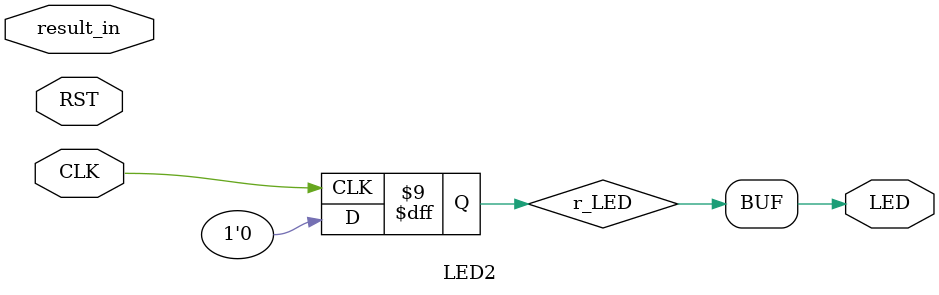
<source format=v>
module LED2(
    input [1:0] result_in,
    input  CLK, RST, 
    output LED
);

reg r_LED;

always@(posedge CLK)begin
    if(RST)
     r_LED <= 0;
    else if(result_in == 11)
     r_LED <= 1;  //もし正しい結果ならLEDをいっこだけ光らせる
    else
     r_LED <= 0;  //なにも受け取ってないときはなにも光らない 
end

assign LED = r_LED;


endmodule
</source>
